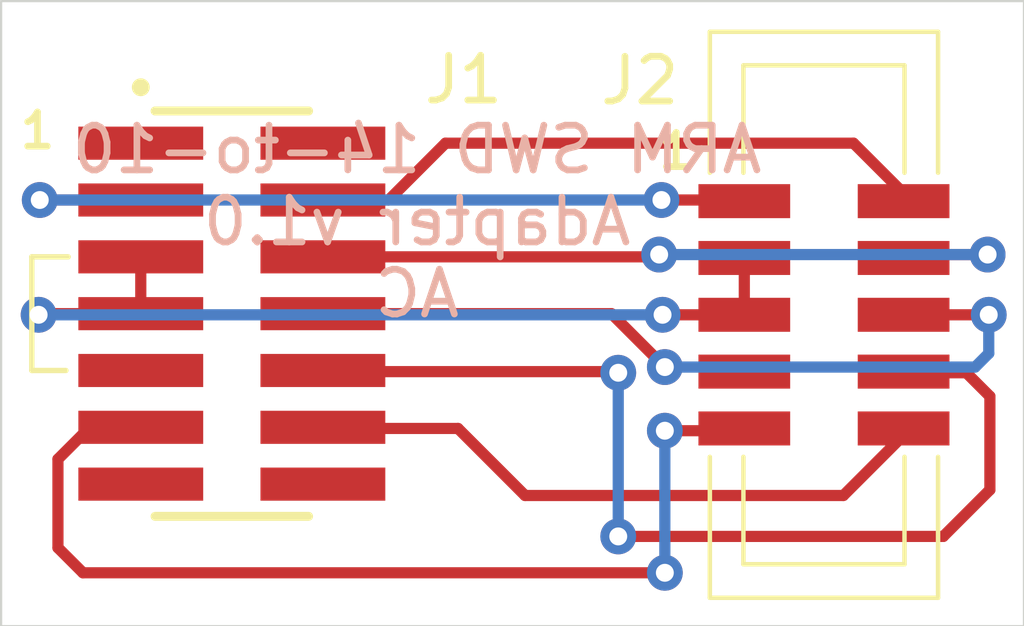
<source format=kicad_pcb>
(kicad_pcb (version 20171130) (host pcbnew 5.1.10-88a1d61d58~90~ubuntu20.04.1)

  (general
    (thickness 1.6)
    (drawings 7)
    (tracks 58)
    (zones 0)
    (modules 2)
    (nets 9)
  )

  (page A4)
  (layers
    (0 F.Cu signal)
    (31 B.Cu signal)
    (32 B.Adhes user)
    (33 F.Adhes user)
    (34 B.Paste user)
    (35 F.Paste user)
    (36 B.SilkS user)
    (37 F.SilkS user)
    (38 B.Mask user)
    (39 F.Mask user)
    (40 Dwgs.User user)
    (41 Cmts.User user)
    (42 Eco1.User user)
    (43 Eco2.User user)
    (44 Edge.Cuts user)
    (45 Margin user)
    (46 B.CrtYd user)
    (47 F.CrtYd user)
    (48 B.Fab user)
    (49 F.Fab user)
  )

  (setup
    (last_trace_width 0.25)
    (trace_clearance 0.2)
    (zone_clearance 0.508)
    (zone_45_only no)
    (trace_min 0.2)
    (via_size 0.8)
    (via_drill 0.4)
    (via_min_size 0.4)
    (via_min_drill 0.3)
    (uvia_size 0.3)
    (uvia_drill 0.1)
    (uvias_allowed no)
    (uvia_min_size 0.2)
    (uvia_min_drill 0.1)
    (edge_width 0.05)
    (segment_width 0.2)
    (pcb_text_width 0.3)
    (pcb_text_size 1.5 1.5)
    (mod_edge_width 0.12)
    (mod_text_size 1 1)
    (mod_text_width 0.15)
    (pad_size 1.524 1.524)
    (pad_drill 0.762)
    (pad_to_mask_clearance 0)
    (aux_axis_origin 0 0)
    (visible_elements FFFFFF7F)
    (pcbplotparams
      (layerselection 0x010fc_ffffffff)
      (usegerberextensions false)
      (usegerberattributes true)
      (usegerberadvancedattributes true)
      (creategerberjobfile true)
      (excludeedgelayer true)
      (linewidth 0.100000)
      (plotframeref false)
      (viasonmask false)
      (mode 1)
      (useauxorigin false)
      (hpglpennumber 1)
      (hpglpenspeed 20)
      (hpglpendiameter 15.000000)
      (psnegative false)
      (psa4output false)
      (plotreference true)
      (plotvalue true)
      (plotinvisibletext false)
      (padsonsilk false)
      (subtractmaskfromsilk false)
      (outputformat 1)
      (mirror false)
      (drillshape 1)
      (scaleselection 1)
      (outputdirectory ""))
  )

  (net 0 "")
  (net 1 NC-TDI)
  (net 2 GND_Detect)
  (net 3 nRESET)
  (net 4 GND)
  (net 5 SWO-TDO)
  (net 6 SWCLK-TCK)
  (net 7 SWDIO-TMS)
  (net 8 VCC)

  (net_class Default "This is the default net class."
    (clearance 0.2)
    (trace_width 0.25)
    (via_dia 0.8)
    (via_drill 0.4)
    (uvia_dia 0.3)
    (uvia_drill 0.1)
    (add_net GND)
    (add_net GND_Detect)
    (add_net NC-TDI)
    (add_net SWCLK-TCK)
    (add_net SWDIO-TMS)
    (add_net SWO-TDO)
    (add_net VCC)
    (add_net nRESET)
  )

  (module arm-14-to-10-pin-adapter:3220-14-0300-00 (layer F.Cu) (tedit 613738B0) (tstamp 61331BF0)
    (at 139.7762 78.105 270)
    (descr "translated Allegro footprint")
    (path /61380017)
    (fp_text reference J1 (at -5.229001 -5.179399 180) (layer F.SilkS)
      (effects (font (size 1 1) (thickness 0.15)))
    )
    (fp_text value Conn_02x07_Odd_Even (at 12.065 5.145 270) (layer F.Fab) hide
      (effects (font (size 1 1) (thickness 0.15)))
    )
    (fp_line (start 1.27 4.4704) (end 1.27 3.7084) (layer F.SilkS) (width 0.12))
    (fp_line (start -1.27 4.4704) (end 1.27 4.4704) (layer F.SilkS) (width 0.12))
    (fp_line (start -1.27 3.6576) (end -1.27 4.4704) (layer F.SilkS) (width 0.12))
    (fp_line (start -4.53 -1.715) (end -4.53 1.715) (layer F.SilkS) (width 0.2))
    (fp_line (start 4.53 1.715) (end 4.53 -1.715) (layer F.SilkS) (width 0.2))
    (fp_line (start -4.445 1.715) (end -4.445 -1.715) (layer F.Fab) (width 0.1))
    (fp_line (start -4.445 1.715) (end 4.445 1.715) (layer F.Fab) (width 0.1))
    (fp_line (start 4.445 -1.715) (end -4.445 -1.715) (layer F.Fab) (width 0.1))
    (fp_line (start 4.445 1.715) (end 4.445 -1.715) (layer F.Fab) (width 0.1))
    (fp_poly (pts (xy -1.64 0.637) (xy -0.9 0.637) (xy -0.9 3.427) (xy -1.64 3.427)) (layer F.Paste) (width 0.01))
    (fp_poly (pts (xy -1.64 -3.427) (xy -0.9 -3.427) (xy -0.9 -0.637) (xy -1.64 -0.637)) (layer F.Paste) (width 0.01))
    (fp_poly (pts (xy -0.37 0.637) (xy 0.37 0.637) (xy 0.37 3.427) (xy -0.37 3.427)) (layer F.Paste) (width 0.01))
    (fp_poly (pts (xy -0.37 -3.427) (xy 0.37 -3.427) (xy 0.37 -0.637) (xy -0.37 -0.637)) (layer F.Paste) (width 0.01))
    (fp_poly (pts (xy 0.9 0.637) (xy 1.64 0.637) (xy 1.64 3.427) (xy 0.9 3.427)) (layer F.Paste) (width 0.01))
    (fp_poly (pts (xy 0.9 -3.427) (xy 1.64 -3.427) (xy 1.64 -0.637) (xy 0.9 -0.637)) (layer F.Paste) (width 0.01))
    (fp_poly (pts (xy 2.17 0.637) (xy 2.91 0.637) (xy 2.91 3.427) (xy 2.17 3.427)) (layer F.Paste) (width 0.01))
    (fp_poly (pts (xy 2.17 -3.427) (xy 2.91 -3.427) (xy 2.91 -0.637) (xy 2.17 -0.637)) (layer F.Paste) (width 0.01))
    (fp_poly (pts (xy 3.44 0.637) (xy 4.18 0.637) (xy 4.18 3.427) (xy 3.44 3.427)) (layer F.Paste) (width 0.01))
    (fp_poly (pts (xy 3.44 -3.427) (xy 4.18 -3.427) (xy 4.18 -0.637) (xy 3.44 -0.637)) (layer F.Paste) (width 0.01))
    (fp_line (start -4.695 3.68) (end -4.695 -3.68) (layer F.CrtYd) (width 0.05))
    (fp_line (start -4.695 -3.68) (end 4.695 -3.68) (layer F.CrtYd) (width 0.05))
    (fp_line (start 4.695 -3.68) (end 4.695 3.68) (layer F.CrtYd) (width 0.05))
    (fp_line (start 4.695 3.68) (end -4.695 3.68) (layer F.CrtYd) (width 0.05))
    (fp_circle (center -5.06 2.035) (end -4.96 2.035) (layer F.SilkS) (width 0.2))
    (fp_circle (center -5.06 2.035) (end -4.96 2.035) (layer F.Fab) (width 0.2))
    (pad 4 smd rect (at -2.54 -2.035 270) (size 0.74 2.79) (layers F.Cu F.Paste F.Mask)
      (net 7 SWDIO-TMS))
    (pad 3 smd rect (at -2.54 2.035 270) (size 0.74 2.79) (layers F.Cu F.Paste F.Mask)
      (net 8 VCC))
    (pad 2 smd rect (at -3.81 -2.035 270) (size 0.74 2.79) (layers F.Cu F.Paste F.Mask))
    (pad 1 smd rect (at -3.81 2.035 270) (size 0.74 2.79) (layers F.Cu F.Paste F.Mask))
    (pad 14 smd rect (at 3.81 -2.035 270) (size 0.74 2.79) (layers F.Cu F.Paste F.Mask))
    (pad 13 smd rect (at 3.81 2.035 270) (size 0.74 2.79) (layers F.Cu F.Paste F.Mask))
    (pad 12 smd rect (at 2.54 -2.035 270) (size 0.74 2.79) (layers F.Cu F.Paste F.Mask)
      (net 3 nRESET))
    (pad 11 smd rect (at 2.54 2.035 270) (size 0.74 2.79) (layers F.Cu F.Paste F.Mask)
      (net 2 GND_Detect))
    (pad 10 smd rect (at 1.27 -2.035 270) (size 0.74 2.79) (layers F.Cu F.Paste F.Mask)
      (net 1 NC-TDI))
    (pad 9 smd rect (at 1.27 2.035 270) (size 0.74 2.79) (layers F.Cu F.Paste F.Mask))
    (pad 8 smd rect (at 0 -2.035 270) (size 0.74 2.79) (layers F.Cu F.Paste F.Mask)
      (net 5 SWO-TDO))
    (pad 7 smd rect (at 0 2.035 270) (size 0.74 2.79) (layers F.Cu F.Paste F.Mask)
      (net 4 GND))
    (pad 6 smd rect (at -1.27 -2.035 270) (size 0.74 2.79) (layers F.Cu F.Paste F.Mask)
      (net 6 SWCLK-TCK))
    (pad 5 smd rect (at -1.27 2.035 270) (size 0.74 2.79) (layers F.Cu F.Paste F.Mask)
      (net 4 GND))
  )

  (module arm-14-to-10-pin-adapter:‎3221-10-0300-00‎ (layer F.Cu) (tedit 61317950) (tstamp 61331C3B)
    (at 153.0096 78.1304 270)
    (path /6137EB1E)
    (fp_text reference J2 (at -5.2324 4.1148) (layer F.SilkS)
      (effects (font (size 1.000528 1.000528) (thickness 0.15)))
    )
    (fp_text value Conn_02x05_Odd_Even (at 7.876435 -8.44229 270) (layer F.Fab) hide
      (effects (font (size 1.001457 1.001457) (thickness 0.15)))
    )
    (fp_line (start -2.286 -0.381) (end -2.286 -0.889) (layer F.Fab) (width 0.1))
    (fp_line (start -2.286 -0.889) (end -2.794 -0.889) (layer F.Fab) (width 0.1))
    (fp_line (start -2.794 -0.889) (end -2.794 -0.381) (layer F.Fab) (width 0.1))
    (fp_line (start -2.794 0.889) (end -2.286 0.889) (layer F.Fab) (width 0.1))
    (fp_line (start -2.286 0.889) (end -2.286 0.381) (layer F.Fab) (width 0.1))
    (fp_line (start -2.794 0.381) (end -2.794 0.889) (layer F.Fab) (width 0.1))
    (fp_line (start -1.016 -0.381) (end -1.016 -0.889) (layer F.Fab) (width 0.1))
    (fp_line (start -1.016 -0.889) (end -1.524 -0.889) (layer F.Fab) (width 0.1))
    (fp_line (start -1.524 -0.889) (end -1.524 -0.381) (layer F.Fab) (width 0.1))
    (fp_line (start -1.524 0.889) (end -1.016 0.889) (layer F.Fab) (width 0.1))
    (fp_line (start -1.016 0.889) (end -1.016 0.381) (layer F.Fab) (width 0.1))
    (fp_line (start -1.524 0.381) (end -1.524 0.889) (layer F.Fab) (width 0.1))
    (fp_line (start 0.254 -0.381) (end 0.254 -0.889) (layer F.Fab) (width 0.1))
    (fp_line (start 0.254 -0.889) (end -0.254 -0.889) (layer F.Fab) (width 0.1))
    (fp_line (start -0.254 -0.889) (end -0.254 -0.381) (layer F.Fab) (width 0.1))
    (fp_line (start -0.254 0.889) (end 0.254 0.889) (layer F.Fab) (width 0.1))
    (fp_line (start 0.254 0.889) (end 0.254 0.381) (layer F.Fab) (width 0.1))
    (fp_line (start -0.254 0.381) (end -0.254 0.889) (layer F.Fab) (width 0.1))
    (fp_line (start 1.524 -0.381) (end 1.524 -0.889) (layer F.Fab) (width 0.1))
    (fp_line (start 1.524 -0.889) (end 1.016 -0.889) (layer F.Fab) (width 0.1))
    (fp_line (start 1.016 -0.889) (end 1.016 -0.381) (layer F.Fab) (width 0.1))
    (fp_line (start 1.016 0.889) (end 1.524 0.889) (layer F.Fab) (width 0.1))
    (fp_line (start 1.524 0.889) (end 1.524 0.381) (layer F.Fab) (width 0.1))
    (fp_line (start 1.016 0.381) (end 1.016 0.889) (layer F.Fab) (width 0.1))
    (fp_line (start -5.575 1.8) (end -1 1.8) (layer F.Fab) (width 0.1))
    (fp_line (start -1 1.8) (end -1 2.55) (layer F.Fab) (width 0.1))
    (fp_line (start 1 2.55) (end 1 1.8) (layer F.Fab) (width 0.1))
    (fp_line (start 1 1.8) (end 5.575 1.8) (layer F.Fab) (width 0.1))
    (fp_line (start 5.575 -1.8) (end -5.575 -1.8) (layer F.Fab) (width 0.1))
    (fp_line (start 2.794 -0.381) (end 2.794 -0.889) (layer F.Fab) (width 0.1))
    (fp_line (start 2.794 -0.889) (end 2.286 -0.889) (layer F.Fab) (width 0.1))
    (fp_line (start 2.286 -0.889) (end 2.286 -0.381) (layer F.Fab) (width 0.1))
    (fp_line (start 2.286 0.889) (end 2.794 0.889) (layer F.Fab) (width 0.1))
    (fp_line (start 2.794 0.889) (end 2.794 0.381) (layer F.Fab) (width 0.1))
    (fp_line (start 2.286 0.381) (end 2.286 0.889) (layer F.Fab) (width 0.1))
    (fp_line (start 6.325 -2.55) (end -6.325 -2.55) (layer F.Fab) (width 0.1))
    (fp_line (start 6.325 2.55) (end 6.325 -2.55) (layer F.SilkS) (width 0.1))
    (fp_line (start -6.325 2.55) (end -1 2.55) (layer F.Fab) (width 0.1))
    (fp_line (start -1 2.55) (end 1 2.55) (layer F.Fab) (width 0.1))
    (fp_line (start 1 2.55) (end 6.325 2.55) (layer F.Fab) (width 0.1))
    (fp_line (start -6.325 -2.55) (end -6.325 2.55) (layer F.SilkS) (width 0.1))
    (fp_line (start -5.575 -1.8) (end -5.575 1.8) (layer F.SilkS) (width 0.1))
    (fp_line (start 5.575 1.8) (end 5.575 -1.8) (layer F.SilkS) (width 0.1))
    (fp_line (start -2.794 -0.381) (end -2.286 -0.381) (layer F.Fab) (width 0.1))
    (fp_line (start -1.524 -0.381) (end -1.016 -0.381) (layer F.Fab) (width 0.1))
    (fp_line (start -0.254 -0.381) (end 0.254 -0.381) (layer F.Fab) (width 0.1))
    (fp_line (start 1.016 -0.381) (end 1.524 -0.381) (layer F.Fab) (width 0.1))
    (fp_line (start 2.286 -0.381) (end 2.794 -0.381) (layer F.Fab) (width 0.1))
    (fp_line (start -2.286 0.381) (end -2.794 0.381) (layer F.Fab) (width 0.1))
    (fp_line (start -1.016 0.381) (end -1.524 0.381) (layer F.Fab) (width 0.1))
    (fp_line (start 0.254 0.381) (end -0.254 0.381) (layer F.Fab) (width 0.1))
    (fp_line (start 1.524 0.381) (end 1.016 0.381) (layer F.Fab) (width 0.1))
    (fp_line (start 2.794 0.381) (end 2.286 0.381) (layer F.Fab) (width 0.1))
    (fp_line (start -3.175 -2.55) (end -6.325 -2.55) (layer F.SilkS) (width 0.1))
    (fp_line (start 6.325 -2.55) (end 3.175 -2.55) (layer F.SilkS) (width 0.1))
    (fp_line (start 3.175 2.55) (end 6.325 2.55) (layer F.SilkS) (width 0.1))
    (fp_line (start -3.175 -1.8) (end -5.575 -1.8) (layer F.SilkS) (width 0.1))
    (fp_line (start 5.575 -1.8) (end 3.175 -1.8) (layer F.SilkS) (width 0.1))
    (fp_line (start -5.575 1.8) (end -3.175 1.8) (layer F.SilkS) (width 0.1))
    (fp_line (start 3.175 1.8) (end 5.575 1.8) (layer F.SilkS) (width 0.1))
    (fp_line (start -3.175 2.55) (end -6.325 2.55) (layer F.SilkS) (width 0.1))
    (pad 1 smd rect (at -2.54 1.78 270) (size 0.76 2.05) (layers F.Cu F.Paste F.Mask)
      (net 8 VCC))
    (pad 2 smd rect (at -2.54 -1.78 270) (size 0.76 2.05) (layers F.Cu F.Paste F.Mask)
      (net 7 SWDIO-TMS))
    (pad 3 smd rect (at -1.27 1.78 270) (size 0.76 2.05) (layers F.Cu F.Paste F.Mask)
      (net 4 GND))
    (pad 4 smd rect (at -1.27 -1.78 270) (size 0.76 2.05) (layers F.Cu F.Paste F.Mask)
      (net 6 SWCLK-TCK))
    (pad 5 smd rect (at 0 1.78 270) (size 0.76 2.05) (layers F.Cu F.Paste F.Mask)
      (net 4 GND))
    (pad 6 smd rect (at 0 -1.78 270) (size 0.76 2.05) (layers F.Cu F.Paste F.Mask)
      (net 5 SWO-TDO))
    (pad 7 smd rect (at 1.27 1.78 270) (size 0.76 2.05) (layers F.Cu F.Paste F.Mask))
    (pad 8 smd rect (at 1.27 -1.78 270) (size 0.76 2.05) (layers F.Cu F.Paste F.Mask)
      (net 1 NC-TDI))
    (pad 9 smd rect (at 2.54 1.78 270) (size 0.76 2.05) (layers F.Cu F.Paste F.Mask)
      (net 2 GND_Detect))
    (pad 10 smd rect (at 2.54 -1.78 270) (size 0.76 2.05) (layers F.Cu F.Paste F.Mask)
      (net 3 nRESET))
  )

  (gr_text 1 (at 135.4328 74.0156) (layer F.SilkS) (tstamp 6137422D)
    (effects (font (size 0.762 0.762) (thickness 0.15)))
  )
  (gr_text 1 (at 149.7076 74.4728) (layer F.SilkS)
    (effects (font (size 0.762 0.762) (thickness 0.15)))
  )
  (gr_text "ARM SWD 14-to-10\nAdapter v1.0\nAC" (at 143.9164 76.0476) (layer B.SilkS)
    (effects (font (size 1 1) (thickness 0.15)) (justify mirror))
  )
  (gr_line (start 157.48 71.12) (end 157.48 85.09) (layer Edge.Cuts) (width 0.05) (tstamp 6132BA99))
  (gr_line (start 134.62 85.09) (end 157.48 85.09) (layer Edge.Cuts) (width 0.05))
  (gr_line (start 134.62 71.12) (end 134.62 85.09) (layer Edge.Cuts) (width 0.05))
  (gr_line (start 157.48 71.12) (end 134.62 71.12) (layer Edge.Cuts) (width 0.05))

  (via (at 148.4122 79.4258) (size 0.8) (drill 0.4) (layers F.Cu B.Cu) (net 1))
  (segment (start 148.3868 79.4004) (end 148.4122 79.4258) (width 0.25) (layer F.Cu) (net 1))
  (segment (start 142.497 79.4004) (end 148.3868 79.4004) (width 0.25) (layer F.Cu) (net 1))
  (via (at 148.4122 83.0834) (size 0.8) (drill 0.4) (layers F.Cu B.Cu) (net 1))
  (segment (start 148.4122 79.4258) (end 148.4122 83.0834) (width 0.25) (layer B.Cu) (net 1))
  (segment (start 148.4122 83.0834) (end 155.6766 83.0834) (width 0.25) (layer F.Cu) (net 1))
  (segment (start 155.6766 83.0834) (end 156.718 82.042) (width 0.25) (layer F.Cu) (net 1))
  (segment (start 156.1916 79.4258) (end 154.9166 79.4258) (width 0.25) (layer F.Cu) (net 1))
  (segment (start 156.718 79.9522) (end 156.1916 79.4258) (width 0.25) (layer F.Cu) (net 1))
  (segment (start 156.718 82.042) (end 156.718 79.9522) (width 0.25) (layer F.Cu) (net 1))
  (segment (start 138.427 80.6704) (end 136.5758 80.6704) (width 0.25) (layer F.Cu) (net 2))
  (segment (start 136.5758 80.6704) (end 135.89 81.3562) (width 0.25) (layer F.Cu) (net 2))
  (segment (start 135.89 81.3562) (end 135.89 83.3374) (width 0.25) (layer F.Cu) (net 2))
  (via (at 149.4536 83.8962) (size 0.8) (drill 0.4) (layers F.Cu B.Cu) (net 2))
  (segment (start 136.4488 83.8962) (end 149.4536 83.8962) (width 0.25) (layer F.Cu) (net 2))
  (segment (start 135.89 83.3374) (end 136.4488 83.8962) (width 0.25) (layer F.Cu) (net 2))
  (via (at 149.4536 80.7212) (size 0.8) (drill 0.4) (layers F.Cu B.Cu) (net 2))
  (segment (start 149.4536 83.8962) (end 149.4536 80.7212) (width 0.25) (layer B.Cu) (net 2))
  (segment (start 151.3312 80.7212) (end 151.3566 80.6958) (width 0.25) (layer F.Cu) (net 2))
  (segment (start 149.4536 80.7212) (end 151.3312 80.7212) (width 0.25) (layer F.Cu) (net 2))
  (segment (start 142.497 80.6704) (end 144.8308 80.6704) (width 0.25) (layer F.Cu) (net 3))
  (segment (start 144.8308 80.6704) (end 146.3294 82.169) (width 0.25) (layer F.Cu) (net 3))
  (segment (start 153.4434 82.169) (end 154.9166 80.6958) (width 0.25) (layer F.Cu) (net 3))
  (segment (start 146.3294 82.169) (end 153.4434 82.169) (width 0.25) (layer F.Cu) (net 3))
  (segment (start 137.7412 76.835) (end 137.7412 78.105) (width 0.25) (layer F.Cu) (net 4))
  (segment (start 135.4836 78.105) (end 135.4582 78.1304) (width 0.25) (layer F.Cu) (net 4))
  (via (at 135.4582 78.1304) (size 0.8) (drill 0.4) (layers F.Cu B.Cu) (net 4))
  (segment (start 137.7412 78.105) (end 135.4836 78.105) (width 0.25) (layer F.Cu) (net 4))
  (via (at 149.4028 78.1304) (size 0.8) (drill 0.4) (layers F.Cu B.Cu) (net 4))
  (segment (start 135.4582 78.1304) (end 149.4028 78.1304) (width 0.25) (layer B.Cu) (net 4))
  (segment (start 149.4028 78.1304) (end 151.2296 78.1304) (width 0.25) (layer F.Cu) (net 4))
  (segment (start 151.2296 78.1304) (end 151.2296 76.8604) (width 0.25) (layer F.Cu) (net 4))
  (via (at 149.4536 79.2988) (size 0.8) (drill 0.4) (layers F.Cu B.Cu) (net 5))
  (segment (start 148.2598 78.105) (end 149.4536 79.2988) (width 0.25) (layer F.Cu) (net 5))
  (segment (start 141.8112 78.105) (end 148.2598 78.105) (width 0.25) (layer F.Cu) (net 5))
  (segment (start 149.4536 79.2988) (end 156.3878 79.2988) (width 0.25) (layer B.Cu) (net 5))
  (via (at 156.6926 78.1304) (size 0.8) (drill 0.4) (layers F.Cu B.Cu) (net 5))
  (segment (start 156.6926 78.994) (end 156.6926 78.1304) (width 0.25) (layer B.Cu) (net 5))
  (segment (start 156.3878 79.2988) (end 156.6926 78.994) (width 0.25) (layer B.Cu) (net 5))
  (segment (start 156.6926 78.1304) (end 154.7896 78.1304) (width 0.25) (layer F.Cu) (net 5))
  (via (at 149.3266 76.7842) (size 0.8) (drill 0.4) (layers F.Cu B.Cu) (net 6))
  (segment (start 149.2758 76.835) (end 149.3266 76.7842) (width 0.25) (layer F.Cu) (net 6))
  (segment (start 141.8112 76.835) (end 149.2758 76.835) (width 0.25) (layer F.Cu) (net 6))
  (via (at 156.6672 76.7842) (size 0.8) (drill 0.4) (layers F.Cu B.Cu) (net 6))
  (segment (start 149.3266 76.7842) (end 156.6672 76.7842) (width 0.25) (layer B.Cu) (net 6))
  (segment (start 154.8658 76.7842) (end 154.7896 76.8604) (width 0.25) (layer F.Cu) (net 6))
  (segment (start 156.6672 76.7842) (end 154.8658 76.7842) (width 0.25) (layer F.Cu) (net 6))
  (segment (start 154.7896 75.4146) (end 154.7896 75.5904) (width 0.25) (layer F.Cu) (net 7))
  (segment (start 153.67 74.295) (end 154.7896 75.4146) (width 0.25) (layer F.Cu) (net 7))
  (segment (start 144.5514 74.295) (end 153.67 74.295) (width 0.25) (layer F.Cu) (net 7))
  (segment (start 143.2814 75.565) (end 144.5514 74.295) (width 0.25) (layer F.Cu) (net 7))
  (segment (start 141.8112 75.565) (end 143.2814 75.565) (width 0.25) (layer F.Cu) (net 7))
  (via (at 135.4836 75.565) (size 0.8) (drill 0.4) (layers F.Cu B.Cu) (net 8))
  (segment (start 137.7412 75.565) (end 135.4836 75.565) (width 0.25) (layer F.Cu) (net 8))
  (via (at 149.3774 75.565) (size 0.8) (drill 0.4) (layers F.Cu B.Cu) (net 8))
  (segment (start 135.4836 75.565) (end 149.3774 75.565) (width 0.25) (layer B.Cu) (net 8))
  (segment (start 151.2042 75.565) (end 151.2296 75.5904) (width 0.25) (layer F.Cu) (net 8))
  (segment (start 149.3774 75.565) (end 151.2042 75.565) (width 0.25) (layer F.Cu) (net 8))

)

</source>
